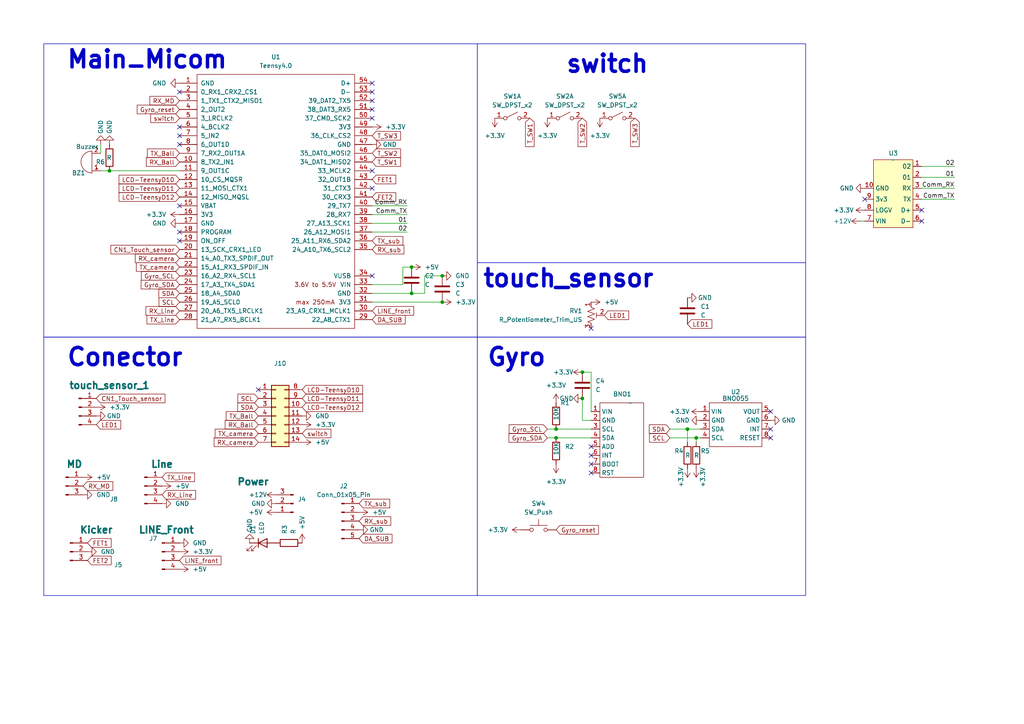
<source format=kicad_sch>
(kicad_sch (version 20230121) (generator eeschema)
  (paper "A4")
  (lib_symbols
    (symbol "BNO055 new:BNO055"
      (property "Reference" "U" (at 0 0 0))
      (property "Value" "BNO055" (at 0 2.54 0))
      (symbol "BNO055_0_1"
        (rectangle (start -7.62 -2.54) (end 7.62 -15.24))
      )
      (symbol "BNO055_1_1"
        (pin input line (at -10.16 -5.08 0) (length 2.54) (name "VIN") (number "1"))
        (pin input line (at -10.16 -7.62 0) (length 2.54) (name "GND") (number "2"))
        (pin input line (at -10.16 -10.16 0) (length 2.54) (name "SDA") (number "3"))
        (pin input line (at -10.16 -12.7 0) (length 2.54) (name "SCL") (number "4"))
        (pin input line (at 10.16 -5.08 180) (length 2.54) (name "VOUT") (number "5"))
        (pin input line (at 10.16 -7.62 180) (length 2.54) (name "GND") (number "6"))
        (pin input line (at 10.16 -10.16 180) (length 2.54) (name "INT") (number "7"))
        (pin input line (at 10.16 -12.7 180) (length 2.54) (name "RESET") (number "8"))
      )
    )
    (symbol "BNO055:BNO055"
      (property "Reference" "BNO055" (at -5.08 2.54 0))
      (symbol "BNO055_0_1"
        (rectangle (start -8.89 0) (end 3.81 -21.59))
      )
      (symbol "BNO055_1_1"
        (pin output line (at -11.43 -2.54 0) (length 2.54) (name "VIN") (number "1"))
        (pin output line (at -11.43 -5.08 0) (length 2.54) (name "GND") (number "2"))
        (pin output line (at -11.43 -7.62 0) (length 2.54) (name "SCL") (number "3"))
        (pin output line (at -11.43 -10.16 0) (length 2.54) (name "SDA") (number "4"))
        (pin output line (at -11.43 -12.7 0) (length 2.54) (name "ADD") (number "5"))
        (pin output line (at -11.43 -15.24 0) (length 2.54) (name "INT") (number "6"))
        (pin output line (at -11.43 -17.78 0) (length 2.54) (name "BOOT") (number "7"))
        (pin output line (at -11.43 -20.32 0) (length 2.54) (name "RST") (number "8"))
      )
    )
    (symbol "Connector:Conn_01x03_Pin" (pin_names (offset 1.016) hide)
      (property "Reference" "J" (at 0 5.08 0))
      (property "Value" "Conn_01x03_Pin" (at 0 -5.08 0))
      (symbol "Conn_01x03_Pin_1_1"
        (polyline (pts (xy 1.27 -2.54) (xy 0.8636 -2.54)) (stroke (width 0.1524)))
        (polyline (pts (xy 1.27 0) (xy 0.8636 0)) (stroke (width 0.1524)))
        (polyline (pts (xy 1.27 2.54) (xy 0.8636 2.54)) (stroke (width 0.1524)))
        (rectangle (start 0.8636 -2.413) (end 0 -2.667) (stroke (width 0.1524)) (fill (type outline)))
        (rectangle (start 0.8636 0.127) (end 0 -0.127) (stroke (width 0.1524)) (fill (type outline)))
        (rectangle (start 0.8636 2.667) (end 0 2.413) (stroke (width 0.1524)) (fill (type outline)))
        (pin passive line (at 5.08 2.54 180) (length 3.81) (name "Pin_1") (number "1"))
        (pin passive line (at 5.08 0 180) (length 3.81) (name "Pin_2") (number "2"))
        (pin passive line (at 5.08 -2.54 180) (length 3.81) (name "Pin_3") (number "3"))
      )
    )
    (symbol "Connector:Conn_01x04_Pin" (pin_names (offset 1.016) hide)
      (property "Reference" "J" (at 0 5.08 0))
      (property "Value" "Conn_01x04_Pin" (at 0 -7.62 0))
      (symbol "Conn_01x04_Pin_1_1"
        (polyline (pts (xy 1.27 -5.08) (xy 0.8636 -5.08)) (stroke (width 0.1524)))
        (polyline (pts (xy 1.27 -2.54) (xy 0.8636 -2.54)) (stroke (width 0.1524)))
        (polyline (pts (xy 1.27 0) (xy 0.8636 0)) (stroke (width 0.1524)))
        (polyline (pts (xy 1.27 2.54) (xy 0.8636 2.54)) (stroke (width 0.1524)))
        (rectangle (start 0.8636 -4.953) (end 0 -5.207) (stroke (width 0.1524)) (fill (type outline)))
        (rectangle (start 0.8636 -2.413) (end 0 -2.667) (stroke (width 0.1524)) (fill (type outline)))
        (rectangle (start 0.8636 0.127) (end 0 -0.127) (stroke (width 0.1524)) (fill (type outline)))
        (rectangle (start 0.8636 2.667) (end 0 2.413) (stroke (width 0.1524)) (fill (type outline)))
        (pin passive line (at 5.08 2.54 180) (length 3.81) (name "Pin_1") (number "1"))
        (pin passive line (at 5.08 0 180) (length 3.81) (name "Pin_2") (number "2"))
        (pin passive line (at 5.08 -2.54 180) (length 3.81) (name "Pin_3") (number "3"))
        (pin passive line (at 5.08 -5.08 180) (length 3.81) (name "Pin_4") (number "4"))
      )
    )
    (symbol "Connector:Conn_01x05_Pin" (pin_names (offset 1.016) hide)
      (property "Reference" "J" (at 0 7.62 0))
      (property "Value" "Conn_01x05_Pin" (at 0 -7.62 0))
      (symbol "Conn_01x05_Pin_1_1"
        (polyline (pts (xy 1.27 -5.08) (xy 0.8636 -5.08)) (stroke (width 0.1524)))
        (polyline (pts (xy 1.27 -2.54) (xy 0.8636 -2.54)) (stroke (width 0.1524)))
        (polyline (pts (xy 1.27 0) (xy 0.8636 0)) (stroke (width 0.1524)))
        (polyline (pts (xy 1.27 2.54) (xy 0.8636 2.54)) (stroke (width 0.1524)))
        (polyline (pts (xy 1.27 5.08) (xy 0.8636 5.08)) (stroke (width 0.1524)))
        (rectangle (start 0.8636 -4.953) (end 0 -5.207) (stroke (width 0.1524)) (fill (type outline)))
        (rectangle (start 0.8636 -2.413) (end 0 -2.667) (stroke (width 0.1524)) (fill (type outline)))
        (rectangle (start 0.8636 0.127) (end 0 -0.127) (stroke (width 0.1524)) (fill (type outline)))
        (rectangle (start 0.8636 2.667) (end 0 2.413) (stroke (width 0.1524)) (fill (type outline)))
        (rectangle (start 0.8636 5.207) (end 0 4.953) (stroke (width 0.1524)) (fill (type outline)))
        (pin passive line (at 5.08 5.08 180) (length 3.81) (name "Pin_1") (number "1"))
        (pin passive line (at 5.08 2.54 180) (length 3.81) (name "Pin_2") (number "2"))
        (pin passive line (at 5.08 0 180) (length 3.81) (name "Pin_3") (number "3"))
        (pin passive line (at 5.08 -2.54 180) (length 3.81) (name "Pin_4") (number "4"))
        (pin passive line (at 5.08 -5.08 180) (length 3.81) (name "Pin_5") (number "5"))
      )
    )
    (symbol "Connector_Generic:Conn_02x07_Top_Bottom" (pin_names (offset 1.016) hide)
      (property "Reference" "J" (at 1.27 10.16 0))
      (property "Value" "Conn_02x07_Top_Bottom" (at 1.27 -10.16 0))
      (symbol "Conn_02x07_Top_Bottom_1_1"
        (rectangle (start -1.27 -7.493) (end 0 -7.747) (stroke (width 0.1524)))
        (rectangle (start -1.27 -4.953) (end 0 -5.207) (stroke (width 0.1524)))
        (rectangle (start -1.27 -2.413) (end 0 -2.667) (stroke (width 0.1524)))
        (rectangle (start -1.27 0.127) (end 0 -0.127) (stroke (width 0.1524)))
        (rectangle (start -1.27 2.667) (end 0 2.413) (stroke (width 0.1524)))
        (rectangle (start -1.27 5.207) (end 0 4.953) (stroke (width 0.1524)))
        (rectangle (start -1.27 7.747) (end 0 7.493) (stroke (width 0.1524)))
        (rectangle (start -1.27 8.89) (end 3.81 -8.89) (stroke (width 0.254)) (fill (type background)))
        (rectangle (start 3.81 -7.493) (end 2.54 -7.747) (stroke (width 0.1524)))
        (rectangle (start 3.81 -4.953) (end 2.54 -5.207) (stroke (width 0.1524)))
        (rectangle (start 3.81 -2.413) (end 2.54 -2.667) (stroke (width 0.1524)))
        (rectangle (start 3.81 0.127) (end 2.54 -0.127) (stroke (width 0.1524)))
        (rectangle (start 3.81 2.667) (end 2.54 2.413) (stroke (width 0.1524)))
        (rectangle (start 3.81 5.207) (end 2.54 4.953) (stroke (width 0.1524)))
        (rectangle (start 3.81 7.747) (end 2.54 7.493) (stroke (width 0.1524)))
        (pin passive line (at -5.08 7.62 0) (length 3.81) (name "Pin_1") (number "1"))
        (pin passive line (at 7.62 2.54 180) (length 3.81) (name "Pin_10") (number "10"))
        (pin passive line (at 7.62 0 180) (length 3.81) (name "Pin_11") (number "11"))
        (pin passive line (at 7.62 -2.54 180) (length 3.81) (name "Pin_12") (number "12"))
        (pin passive line (at 7.62 -5.08 180) (length 3.81) (name "Pin_13") (number "13"))
        (pin passive line (at 7.62 -7.62 180) (length 3.81) (name "Pin_14") (number "14"))
        (pin passive line (at -5.08 5.08 0) (length 3.81) (name "Pin_2") (number "2"))
        (pin passive line (at -5.08 2.54 0) (length 3.81) (name "Pin_3") (number "3"))
        (pin passive line (at -5.08 0 0) (length 3.81) (name "Pin_4") (number "4"))
        (pin passive line (at -5.08 -2.54 0) (length 3.81) (name "Pin_5") (number "5"))
        (pin passive line (at -5.08 -5.08 0) (length 3.81) (name "Pin_6") (number "6"))
        (pin passive line (at -5.08 -7.62 0) (length 3.81) (name "Pin_7") (number "7"))
        (pin passive line (at 7.62 7.62 180) (length 3.81) (name "Pin_8") (number "8"))
        (pin passive line (at 7.62 5.08 180) (length 3.81) (name "Pin_9") (number "9"))
      )
    )
    (symbol "Device:Buzzer" (pin_names (offset 0.0254) hide)
      (property "Reference" "BZ" (at 3.81 1.27 0))
      (property "Value" "Buzzer" (at 3.81 -1.27 0))
      (symbol "Buzzer_0_1"
        (arc (start 0 -3.175) (mid 3.1612 0) (end 0 3.175))
        (polyline (pts (xy -1.651 1.905) (xy -1.143 1.905)))
        (polyline (pts (xy -1.397 2.159) (xy -1.397 1.651)))
        (polyline (pts (xy 0 3.175) (xy 0 -3.175)))
      )
      (symbol "Buzzer_1_1"
        (pin passive line (at -2.54 2.54 0) (length 2.54) (name "-") (number "1"))
        (pin passive line (at -2.54 -2.54 0) (length 2.54) (name "+") (number "2"))
      )
    )
    (symbol "Device:C" (pin_numbers hide) (pin_names (offset 0.254))
      (property "Reference" "C" (at 0.635 2.54 0))
      (property "Value" "C" (at 0.635 -2.54 0))
      (symbol "C_0_1"
        (polyline (pts (xy -2.032 -0.762) (xy 2.032 -0.762)) (stroke (width 0.508)))
        (polyline (pts (xy -2.032 0.762) (xy 2.032 0.762)) (stroke (width 0.508)))
      )
      (symbol "C_1_1"
        (pin passive line (at 0 3.81 270) (length 2.794) (name "~") (number "1"))
        (pin passive line (at 0 -3.81 90) (length 2.794) (name "~") (number "2"))
      )
    )
    (symbol "Device:LED" (pin_numbers hide) (pin_names (offset 1.016) hide)
      (property "Reference" "D" (at 0 2.54 0))
      (property "Value" "LED" (at 0 -2.54 0))
      (symbol "LED_0_1"
        (polyline (pts (xy -1.27 -1.27) (xy -1.27 1.27)) (stroke (width 0.254)))
        (polyline (pts (xy -1.27 0) (xy 1.27 0)))
        (polyline (pts (xy 1.27 -1.27) (xy 1.27 1.27) (xy -1.27 0) (xy 1.27 -1.27)) (stroke (width 0.254)))
        (polyline (pts (xy -3.048 -0.762) (xy -4.572 -2.286) (xy -3.81 -2.286) (xy -4.572 -2.286) (xy -4.572 -1.524)))
        (polyline (pts (xy -1.778 -0.762) (xy -3.302 -2.286) (xy -2.54 -2.286) (xy -3.302 -2.286) (xy -3.302 -1.524)))
      )
      (symbol "LED_1_1"
        (pin passive line (at -3.81 0 0) (length 2.54) (name "K") (number "1"))
        (pin passive line (at 3.81 0 180) (length 2.54) (name "A") (number "2"))
      )
    )
    (symbol "Device:R" (pin_numbers hide) (pin_names (offset 0))
      (property "Reference" "R" (at 2.032 0 90))
      (property "Value" "R" (at 0 0 90))
      (symbol "R_0_1"
        (rectangle (start -1.016 -2.54) (end 1.016 2.54) (stroke (width 0.254)))
      )
      (symbol "R_1_1"
        (pin passive line (at 0 3.81 270) (length 1.27) (name "~") (number "1"))
        (pin passive line (at 0 -3.81 90) (length 1.27) (name "~") (number "2"))
      )
    )
    (symbol "Device:R_Potentiometer_Trim_US" (pin_names (offset 1.016) hide)
      (property "Reference" "RV" (at -4.445 0 90))
      (property "Value" "R_Potentiometer_Trim_US" (at -2.54 0 90))
      (symbol "R_Potentiometer_Trim_US_0_1"
        (polyline (pts (xy 0 -2.286) (xy 0 -2.54)))
        (polyline (pts (xy 0 2.286) (xy 0 2.54)))
        (polyline (pts (xy 1.524 0.762) (xy 1.524 -0.762)))
        (polyline (pts (xy 2.54 0) (xy 1.524 0)))
        (polyline (pts (xy 0 -0.762) (xy 1.016 -1.143) (xy 0 -1.524) (xy -1.016 -1.905) (xy 0 -2.286)))
        (polyline (pts (xy 0 0.762) (xy 1.016 0.381) (xy 0 0) (xy -1.016 -0.381) (xy 0 -0.762)))
        (polyline (pts (xy 0 2.286) (xy 1.016 1.905) (xy 0 1.524) (xy -1.016 1.143) (xy 0 0.762)))
      )
      (symbol "R_Potentiometer_Trim_US_1_1"
        (pin passive line (at 0 3.81 270) (length 1.27) (name "1") (number "1"))
        (pin passive line (at 3.81 0 180) (length 1.27) (name "2") (number "2"))
        (pin passive line (at 0 -3.81 90) (length 1.27) (name "3") (number "3"))
      )
    )
    (symbol "Soccer_Communication:comm_module"
      (property "Reference" "U" (at 0 1.27 0))
      (symbol "comm_module_1_1"
        (rectangle (start -5.715 0) (end 5.715 -19.685) (fill (type background)))
        (pin input line (at 8.255 -1.905 180) (length 2.54) (name "02") (number "1"))
        (pin input line (at -8.255 -8.255 0) (length 2.54) (name "GND") (number "10"))
        (pin input line (at 8.255 -5.08 180) (length 2.54) (name "01") (number "2"))
        (pin input line (at 8.255 -8.255 180) (length 2.54) (name "RX") (number "3"))
        (pin input line (at 8.255 -11.43 180) (length 2.54) (name "TX") (number "4"))
        (pin input line (at 8.255 -14.605 180) (length 2.54) (name "D+") (number "5"))
        (pin input line (at 8.255 -17.78 180) (length 2.54) (name "D-") (number "6"))
        (pin input line (at -8.255 -17.78 0) (length 2.54) (name "VIN") (number "7"))
        (pin input line (at -8.255 -14.605 0) (length 2.54) (name "LOGV") (number "8"))
        (pin input line (at -8.255 -11.43 0) (length 2.54) (name "3v3") (number "9"))
      )
    )
    (symbol "Switch:SW_DPST_x2" (pin_names (offset 0) hide)
      (property "Reference" "SW" (at 0 3.175 0))
      (property "Value" "SW_DPST_x2" (at 0 -2.54 0))
      (symbol "SW_DPST_x2_0_0"
        (circle (center -2.032 0) (radius 0.508))
        (polyline (pts (xy -1.524 0.254) (xy 1.524 1.778)))
        (circle (center 2.032 0) (radius 0.508))
      )
      (symbol "SW_DPST_x2_1_1"
        (pin passive line (at -5.08 0 0) (length 2.54) (name "A") (number "1"))
        (pin passive line (at 5.08 0 180) (length 2.54) (name "B") (number "2"))
      )
      (symbol "SW_DPST_x2_2_1"
        (pin passive line (at -5.08 0 0) (length 2.54) (name "A") (number "3"))
        (pin passive line (at 5.08 0 180) (length 2.54) (name "B") (number "4"))
      )
    )
    (symbol "Switch:SW_Push" (pin_numbers hide) (pin_names (offset 1.016) hide)
      (property "Reference" "SW" (at 1.27 2.54 0))
      (property "Value" "SW_Push" (at 0 -1.524 0))
      (symbol "SW_Push_0_1"
        (circle (center -2.032 0) (radius 0.508))
        (polyline (pts (xy 0 1.27) (xy 0 3.048)))
        (polyline (pts (xy 2.54 1.27) (xy -2.54 1.27)))
        (circle (center 2.032 0) (radius 0.508))
        (pin passive line (at -5.08 0 0) (length 2.54) (name "1") (number "1"))
        (pin passive line (at 5.08 0 180) (length 2.54) (name "2") (number "2"))
      )
    )
    (symbol "power:+12V" (power) (pin_names (offset 0))
      (property "Value" "+12V" (at 0 3.556 0))
      (symbol "+12V_0_1"
        (polyline (pts (xy -0.762 1.27) (xy 0 2.54)))
        (polyline (pts (xy 0 0) (xy 0 2.54)))
        (polyline (pts (xy 0 2.54) (xy 0.762 1.27)))
      )
      (symbol "+12V_1_1"
        (pin power_in line (at 0 0 90) (length 0) hide (name "+12V") (number "1"))
      )
    )
    (symbol "power:+3.3V" (power) (pin_names (offset 0))
      (property "Value" "+3.3V" (at 0 3.556 0))
      (symbol "+3.3V_0_1"
        (polyline (pts (xy -0.762 1.27) (xy 0 2.54)))
        (polyline (pts (xy 0 0) (xy 0 2.54)))
        (polyline (pts (xy 0 2.54) (xy 0.762 1.27)))
      )
      (symbol "+3.3V_1_1"
        (pin power_in line (at 0 0 90) (length 0) hide (name "+3.3V") (number "1"))
      )
    )
    (symbol "power:+5V" (power) (pin_names (offset 0))
      (property "Value" "+5V" (at 0 3.556 0))
      (symbol "+5V_0_1"
        (polyline (pts (xy -0.762 1.27) (xy 0 2.54)))
        (polyline (pts (xy 0 0) (xy 0 2.54)))
        (polyline (pts (xy 0 2.54) (xy 0.762 1.27)))
      )
      (symbol "+5V_1_1"
        (pin power_in line (at 0 0 90) (length 0) hide (name "+5V") (number "1"))
      )
    )
    (symbol "power:GND" (power) (pin_names (offset 0))
      (property "Value" "GND" (at 0 -3.81 0))
      (symbol "GND_0_1"
        (polyline (pts (xy 0 0) (xy 0 -1.27) (xy 1.27 -1.27) (xy 0 -2.54) (xy -1.27 -1.27) (xy 0 -1.27)))
      )
      (symbol "GND_1_1"
        (pin power_in line (at 0 0 270) (length 0) hide (name "GND") (number "1"))
      )
    )
    (symbol "teensy:Teensy4.0" (pin_names (offset 1.016))
      (property "Reference" "U" (at 0 39.37 0))
      (property "Value" "Teensy4.0" (at 0 -39.37 0))
      (symbol "Teensy4.0_0_0"
        (text "3.6V to 5.5V" (at 11.43 -24.13 0) (effects (font (size 1.27 1.27))))
        (text "max 250mA" (at 11.43 -29.21 0) (effects (font (size 1.27 1.27))))
        (pin bidirectional line (at -27.94 11.43 0) (length 5.08) (name "8_TX2_IN1") (number "10"))
        (pin bidirectional line (at -27.94 8.89 0) (length 5.08) (name "9_OUT1C") (number "11"))
        (pin bidirectional line (at -27.94 6.35 0) (length 5.08) (name "10_CS_MQSR") (number "12"))
        (pin bidirectional line (at -27.94 3.81 0) (length 5.08) (name "11_MOSI_CTX1") (number "13"))
        (pin bidirectional line (at -27.94 1.27 0) (length 5.08) (name "12_MISO_MQSL") (number "14"))
        (pin power_in line (at -27.94 -1.27 0) (length 5.08) (name "VBAT") (number "15"))
        (pin power_in line (at -27.94 -3.81 0) (length 5.08) (name "3V3") (number "16"))
        (pin power_in line (at -27.94 -6.35 0) (length 5.08) (name "GND") (number "17"))
        (pin input line (at -27.94 -8.89 0) (length 5.08) (name "PROGRAM") (number "18"))
        (pin input line (at -27.94 -11.43 0) (length 5.08) (name "ON_OFF") (number "19"))
        (pin bidirectional line (at -27.94 -13.97 0) (length 5.08) (name "13_SCK_CRX1_LED") (number "20"))
        (pin bidirectional line (at -27.94 -16.51 0) (length 5.08) (name "14_A0_TX3_SPDIF_OUT") (number "21"))
        (pin bidirectional line (at -27.94 -19.05 0) (length 5.08) (name "15_A1_RX3_SPDIF_IN") (number "22"))
        (pin bidirectional line (at -27.94 -21.59 0) (length 5.08) (name "16_A2_RX4_SCL1") (number "23"))
        (pin bidirectional line (at -27.94 -24.13 0) (length 5.08) (name "17_A3_TX4_SDA1") (number "24"))
        (pin bidirectional line (at -27.94 -26.67 0) (length 5.08) (name "18_A4_SDA0") (number "25"))
        (pin bidirectional line (at -27.94 -29.21 0) (length 5.08) (name "19_A5_SCL0") (number "26"))
        (pin bidirectional line (at -27.94 -31.75 0) (length 5.08) (name "20_A6_TX5_LRCLK1") (number "27"))
        (pin bidirectional line (at -27.94 -34.29 0) (length 5.08) (name "21_A7_RX5_BCLK1") (number "28"))
        (pin bidirectional line (at 27.94 -34.29 180) (length 5.08) (name "22_A8_CTX1") (number "29"))
        (pin bidirectional line (at 27.94 -31.75 180) (length 5.08) (name "23_A9_CRX1_MCLK1") (number "30"))
        (pin power_out line (at 27.94 -29.21 180) (length 5.08) (name "3V3") (number "31"))
        (pin power_in line (at 27.94 -26.67 180) (length 5.08) (name "GND") (number "32"))
        (pin power_in line (at 27.94 -24.13 180) (length 5.08) (name "VIN") (number "33"))
        (pin power_out line (at 27.94 -21.59 180) (length 5.08) (name "VUSB") (number "34"))
        (pin bidirectional line (at 27.94 -13.97 180) (length 5.08) (name "24_A10_TX6_SCL2") (number "35"))
        (pin bidirectional line (at 27.94 -11.43 180) (length 5.08) (name "25_A11_RX6_SDA2") (number "36"))
        (pin bidirectional line (at 27.94 -8.89 180) (length 5.08) (name "26_A12_MOSI1") (number "37"))
        (pin bidirectional line (at 27.94 -6.35 180) (length 5.08) (name "27_A13_SCK1") (number "38"))
        (pin bidirectional line (at 27.94 -3.81 180) (length 5.08) (name "28_RX7") (number "39"))
        (pin bidirectional line (at 27.94 -1.27 180) (length 5.08) (name "29_TX7") (number "40"))
        (pin bidirectional line (at 27.94 1.27 180) (length 5.08) (name "30_CRX3") (number "41"))
        (pin bidirectional line (at 27.94 3.81 180) (length 5.08) (name "31_CTX3") (number "42"))
        (pin bidirectional line (at 27.94 6.35 180) (length 5.08) (name "32_OUT1B") (number "43"))
        (pin bidirectional line (at 27.94 8.89 180) (length 5.08) (name "33_MCLK2") (number "44"))
        (pin bidirectional line (at 27.94 11.43 180) (length 5.08) (name "34_DAT1_MISO2") (number "45"))
        (pin bidirectional line (at 27.94 13.97 180) (length 5.08) (name "35_DAT0_MOSI2") (number "46"))
        (pin power_out line (at 27.94 16.51 180) (length 5.08) (name "GND") (number "47"))
        (pin bidirectional line (at 27.94 19.05 180) (length 5.08) (name "36_CLK_CS2") (number "48"))
        (pin power_out line (at 27.94 21.59 180) (length 5.08) (name "3V3") (number "49"))
        (pin bidirectional line (at -27.94 24.13 0) (length 5.08) (name "3_LRCLK2") (number "5"))
        (pin bidirectional line (at 27.94 24.13 180) (length 5.08) (name "37_CMD_SCK2") (number "50"))
        (pin bidirectional line (at 27.94 26.67 180) (length 5.08) (name "38_DAT3_RX5") (number "51"))
        (pin bidirectional line (at 27.94 29.21 180) (length 5.08) (name "39_DAT2_TX5") (number "52"))
        (pin bidirectional line (at 27.94 31.75 180) (length 5.08) (name "D-") (number "53"))
        (pin bidirectional line (at 27.94 34.29 180) (length 5.08) (name "D+") (number "54"))
        (pin bidirectional line (at -27.94 21.59 0) (length 5.08) (name "4_BCLK2") (number "6"))
        (pin bidirectional line (at -27.94 19.05 0) (length 5.08) (name "5_IN2") (number "7"))
        (pin bidirectional line (at -27.94 16.51 0) (length 5.08) (name "6_OUT1D") (number "8"))
        (pin bidirectional line (at -27.94 13.97 0) (length 5.08) (name "7_RX2_OUT1A") (number "9"))
      )
      (symbol "Teensy4.0_0_1"
        (rectangle (start -22.86 36.83) (end 22.86 -36.83))
        (rectangle (start -20.32 -31.75) (end -20.32 -31.75))
      )
      (symbol "Teensy4.0_1_1"
        (pin power_in line (at -27.94 34.29 0) (length 5.08) (name "GND") (number "1"))
        (pin bidirectional line (at -27.94 31.75 0) (length 5.08) (name "0_RX1_CRX2_CS1") (number "2"))
        (pin bidirectional line (at -27.94 29.21 0) (length 5.08) (name "1_TX1_CTX2_MISO1") (number "3"))
        (pin bidirectional line (at -27.94 26.67 0) (length 5.08) (name "2_OUT2") (number "4"))
      )
    )
  )
  (junction (at 161.29 127))
  (junction (at 168.91 115.57))
  (junction (at 31.75 49.53))
  (junction (at 201.93 127))
  (junction (at 119.38 85.09))
  (junction (at 128.27 80.01))
  (junction (at 119.38 77.47))
  (junction (at 161.29 124.46))
  (junction (at 128.27 87.63))
  (junction (at 199.39 124.46))
  (junction (at 168.91 107.95))
  (no_connect (at 52.07 67.31))
  (no_connect (at 52.07 69.85))
  (no_connect (at 267.335 60.96))
  (no_connect (at 107.95 29.21))
  (no_connect (at 52.07 26.67))
  (no_connect (at 171.45 134.62))
  (no_connect (at 171.45 129.54))
  (no_connect (at 107.95 54.61))
  (no_connect (at 52.07 39.37))
  (no_connect (at 52.07 41.91))
  (no_connect (at 223.52 127))
  (no_connect (at 107.95 34.29))
  (no_connect (at 171.45 137.16))
  (no_connect (at 171.45 95.25))
  (no_connect (at 52.07 36.83))
  (no_connect (at 107.95 26.67))
  (no_connect (at 267.335 64.135))
  (no_connect (at 250.825 57.785))
  (no_connect (at 107.95 80.01))
  (no_connect (at 223.52 124.46))
  (no_connect (at 223.52 119.38))
  (no_connect (at 74.93 113.03))
  (no_connect (at 52.07 59.69))
  (no_connect (at 107.95 49.53))
  (no_connect (at 171.45 132.08))
  (no_connect (at 107.95 31.75))
  (no_connect (at 107.95 24.13))
  (wire (pts (xy 171.45 107.95) (xy 168.91 107.95)))
  (wire (pts (xy 249.555 64.135) (xy 250.825 64.135)))
  (wire (pts (xy 128.27 80.01) (xy 123.19 80.01)))
  (wire (pts (xy 123.19 80.01) (xy 123.19 85.09)))
  (wire (pts (xy 158.75 127) (xy 161.29 127)))
  (wire (pts (xy 168.91 115.57) (xy 168.91 121.92)))
  (wire (pts (xy 116.84 77.47) (xy 116.84 82.55)))
  (wire (pts (xy 118.11 62.23) (xy 107.95 62.23)))
  (wire (pts (xy 118.11 67.31) (xy 107.95 67.31)))
  (wire (pts (xy 201.93 127) (xy 203.2 127)))
  (wire (pts (xy 276.86 51.435) (xy 267.335 51.435)))
  (wire (pts (xy 168.91 121.92) (xy 171.45 121.92)))
  (wire (pts (xy 161.29 127) (xy 171.45 127)))
  (wire (pts (xy 116.84 82.55) (xy 107.95 82.55)))
  (wire (pts (xy 194.31 127) (xy 201.93 127)))
  (wire (pts (xy 199.39 124.46) (xy 203.2 124.46)))
  (wire (pts (xy 31.75 49.53) (xy 52.07 49.53)))
  (wire (pts (xy 276.86 57.785) (xy 267.335 57.785)))
  (wire (pts (xy 119.38 77.47) (xy 116.84 77.47)))
  (wire (pts (xy 201.93 127) (xy 201.93 128.27)))
  (wire (pts (xy 118.11 59.69) (xy 107.95 59.69)))
  (wire (pts (xy 158.75 124.46) (xy 161.29 124.46)))
  (wire (pts (xy 123.19 85.09) (xy 119.38 85.09)))
  (wire (pts (xy 128.27 87.63) (xy 107.95 87.63)))
  (wire (pts (xy 118.11 64.77) (xy 107.95 64.77)))
  (wire (pts (xy 199.39 124.46) (xy 199.39 128.27)))
  (wire (pts (xy 171.45 107.95) (xy 171.45 119.38)))
  (wire (pts (xy 31.75 49.53) (xy 29.21 49.53)))
  (wire (pts (xy 119.38 85.09) (xy 107.95 85.09)))
  (wire (pts (xy 161.29 124.46) (xy 171.45 124.46)))
  (wire (pts (xy 276.86 48.26) (xy 267.335 48.26)))
  (wire (pts (xy 276.86 54.61) (xy 267.335 54.61)))
  (wire (pts (xy 29.21 44.45) (xy 29.21 41.91)))
  (wire (pts (xy 194.31 124.46) (xy 199.39 124.46)))
  (rectangle (start 12.7 12.7) (end 138.43 97.79))
  (rectangle (start 138.43 76.2) (end 233.68 97.79))
  (rectangle (start 12.7 97.79) (end 138.43 172.72))
  (rectangle (start 138.43 97.79) (end 233.68 172.72))
  (rectangle (start 138.43 12.7) (end 233.68 76.2))
  (text "Conector" (at 19.05 106.68 0) (effects (font (size 5 5) (thickness 1) bold) (justify left bottom)))
  (text "touch_sensor\n" (at 139.7 83.82 0) (effects (font (size 5 5) (thickness 1) bold) (justify left bottom)))
  (text "Main＿Micom" (at 19.05 20.32 0) (effects (font (size 5 5) (thickness 1) bold) (justify left bottom)))
  (text "Gyro" (at 140.97 106.68 0) (effects (font (size 5 5) bold) (justify left bottom)))
  (text "switch\n" (at 163.83 21.59 0) (effects (font (size 5 5) (thickness 1) bold) (justify left bottom)))
  (label "Comm_TX" (at 118.11 62.23 180))
  (label "01" (at 118.11 64.77 180))
  (label "01" (at 276.86 51.435 180))
  (label "Comm_TX" (at 276.86 57.785 180))
  (label "Comm_RX" (at 276.86 54.61 180))
  (label "Comm_RX" (at 118.11 59.69 180))
  (label "02" (at 118.11 67.31 180))
  (label "02" (at 276.86 48.26 180))
  (global_label "RX_MD" (shape input) (at 24.13 140.97 0) (property "Intersheetrefs" "${INTERSHEET_REFS}" (effects hide)))
  (global_label "TX_Line" (shape input) (at 46.99 138.43 0) (property "Intersheetrefs" "${INTERSHEET_REFS}" (effects hide)))
  (global_label "LINE_front" (shape input) (at 107.95 90.17 0) (property "Intersheetrefs" "${INTERSHEET_REFS}" (effects hide)))
  (global_label "RX_Line" (shape input) (at 46.99 143.51 0) (property "Intersheetrefs" "${INTERSHEET_REFS}" (effects hide)))
  (global_label "DA_SUB" (shape input) (at 107.95 92.71 0) (property "Intersheetrefs" "${INTERSHEET_REFS}" (effects hide)))
  (global_label "CN1_Touch_sensor" (shape input) (at 52.07 72.39 180) (property "Intersheetrefs" "${INTERSHEET_REFS}" (effects hide)))
  (global_label "RX_Ball" (shape input) (at 52.07 46.99 180) (property "Intersheetrefs" "${INTERSHEET_REFS}" (effects hide)))
  (global_label "LCD-TeensyD12" (shape input) (at 52.07 57.15 180) (property "Intersheetrefs" "${INTERSHEET_REFS}" (effects hide)))
  (global_label "TX_camera" (shape input) (at 52.07 77.47 180) (property "Intersheetrefs" "${INTERSHEET_REFS}" (effects hide)))
  (global_label "Gyro_reset" (shape input) (at 52.07 31.75 180) (property "Intersheetrefs" "${INTERSHEET_REFS}" (effects hide)))
  (global_label "DA_SUB" (shape input) (at 104.14 156.21 0) (property "Intersheetrefs" "${INTERSHEET_REFS}" (effects hide)))
  (global_label "LINE_front" (shape input) (at 52.07 162.56 0) (property "Intersheetrefs" "${INTERSHEET_REFS}" (effects hide)))
  (global_label "LCD-TeensyD10" (shape input) (at 52.07 52.07 180) (property "Intersheetrefs" "${INTERSHEET_REFS}" (effects hide)))
  (global_label "SCL" (shape input) (at 74.93 115.57 180) (property "Intersheetrefs" "${INTERSHEET_REFS}" (effects hide)))
  (global_label "RX_Line" (shape input) (at 52.07 90.17 180) (property "Intersheetrefs" "${INTERSHEET_REFS}" (effects hide)))
  (global_label "switch" (shape input) (at 52.07 34.29 180) (property "Intersheetrefs" "${INTERSHEET_REFS}" (effects hide)))
  (global_label "SCL" (shape input) (at 52.07 87.63 180) (property "Intersheetrefs" "${INTERSHEET_REFS}" (effects hide)))
  (global_label "RX_camera" (shape input) (at 74.93 128.27 180) (property "Intersheetrefs" "${INTERSHEET_REFS}" (effects hide)))
  (global_label "SDA" (shape input) (at 194.31 124.46 180) (property "Intersheetrefs" "${INTERSHEET_REFS}" (effects hide)))
  (global_label "RX_Ball" (shape input) (at 74.93 123.19 180) (property "Intersheetrefs" "${INTERSHEET_REFS}" (effects hide)))
  (global_label "LED1" (shape input) (at 199.39 93.98 0) (property "Intersheetrefs" "${INTERSHEET_REFS}" (effects hide)))
  (global_label "T_SW1" (shape input) (at 107.95 46.99 0) (property "Intersheetrefs" "${INTERSHEET_REFS}" (effects hide)))
  (global_label "LED1" (shape input) (at 175.26 91.44 0) (property "Intersheetrefs" "${INTERSHEET_REFS}" (effects hide)))
  (global_label "FET1" (shape input) (at 107.95 52.07 0) (property "Intersheetrefs" "${INTERSHEET_REFS}" (effects hide)))
  (global_label "T_SW3" (shape input) (at 107.95 39.37 0) (property "Intersheetrefs" "${INTERSHEET_REFS}" (effects hide)))
  (global_label "CN1_Touch_sensor" (shape input) (at 27.94 115.57 0) (property "Intersheetrefs" "${INTERSHEET_REFS}" (effects hide)))
  (global_label "LCD-TeensyD11" (shape input) (at 87.63 115.57 0) (property "Intersheetrefs" "${INTERSHEET_REFS}" (effects hide)))
  (global_label "SCL" (shape input) (at 194.31 127 180) (property "Intersheetrefs" "${INTERSHEET_REFS}" (effects hide)))
  (global_label "TX_sub" (shape input) (at 107.95 69.85 0) (property "Intersheetrefs" "${INTERSHEET_REFS}" (effects hide)))
  (global_label "RX_sub" (shape input) (at 107.95 72.39 0) (property "Intersheetrefs" "${INTERSHEET_REFS}" (effects hide)))
  (global_label "Gyro_SCL" (shape input) (at 158.75 124.46 180) (property "Intersheetrefs" "${INTERSHEET_REFS}" (effects hide)))
  (global_label "T_SW2" (shape input) (at 107.95 44.45 0) (property "Intersheetrefs" "${INTERSHEET_REFS}" (effects hide)))
  (global_label "Gyro_reset" (shape input) (at 161.29 153.67 0) (property "Intersheetrefs" "${INTERSHEET_REFS}" (effects hide)))
  (global_label "LCD-TeensyD12" (shape input) (at 87.63 118.11 0) (property "Intersheetrefs" "${INTERSHEET_REFS}" (effects hide)))
  (global_label "T_SW2" (shape input) (at 168.91 34.29 270) (property "Intersheetrefs" "${INTERSHEET_REFS}" (effects hide)))
  (global_label "T_SW1" (shape input) (at 153.67 34.29 270) (property "Intersheetrefs" "${INTERSHEET_REFS}" (effects hide)))
  (global_label "RX_camera" (shape input) (at 52.07 74.93 180) (property "Intersheetrefs" "${INTERSHEET_REFS}" (effects hide)))
  (global_label "RX_MD" (shape input) (at 52.07 29.21 180) (property "Intersheetrefs" "${INTERSHEET_REFS}" (effects hide)))
  (global_label "TX_Ball" (shape input) (at 52.07 44.45 180) (property "Intersheetrefs" "${INTERSHEET_REFS}" (effects hide)))
  (global_label "Gyro_SDA" (shape input) (at 158.75 127 180) (property "Intersheetrefs" "${INTERSHEET_REFS}" (effects hide)))
  (global_label "SDA" (shape input) (at 52.07 85.09 180) (property "Intersheetrefs" "${INTERSHEET_REFS}" (effects hide)))
  (global_label "TX_sub" (shape input) (at 104.14 146.05 0) (property "Intersheetrefs" "${INTERSHEET_REFS}" (effects hide)))
  (global_label "Gyro_SDA" (shape input) (at 52.07 82.55 180) (property "Intersheetrefs" "${INTERSHEET_REFS}" (effects hide)))
  (global_label "RX_sub" (shape input) (at 104.14 151.13 0) (property "Intersheetrefs" "${INTERSHEET_REFS}" (effects hide)))
  (global_label "LCD-TeensyD11" (shape input) (at 52.07 54.61 180) (property "Intersheetrefs" "${INTERSHEET_REFS}" (effects hide)))
  (global_label "TX_camera" (shape input) (at 74.93 125.73 180) (property "Intersheetrefs" "${INTERSHEET_REFS}" (effects hide)))
  (global_label "TX_Ball" (shape input) (at 74.93 120.65 180) (property "Intersheetrefs" "${INTERSHEET_REFS}" (effects hide)))
  (global_label "T_SW3" (shape input) (at 184.15 34.29 270) (property "Intersheetrefs" "${INTERSHEET_REFS}" (effects hide)))
  (global_label "FET1" (shape input) (at 25.4 157.48 0) (property "Intersheetrefs" "${INTERSHEET_REFS}" (effects hide)))
  (global_label "switch" (shape input) (at 87.63 125.73 0) (property "Intersheetrefs" "${INTERSHEET_REFS}" (effects hide)))
  (global_label "FET2" (shape input) (at 107.95 57.15 0) (property "Intersheetrefs" "${INTERSHEET_REFS}" (effects hide)))
  (global_label "FET2" (shape input) (at 25.4 162.56 0) (property "Intersheetrefs" "${INTERSHEET_REFS}" (effects hide)))
  (global_label "LCD-TeensyD10" (shape input) (at 87.63 113.03 0) (property "Intersheetrefs" "${INTERSHEET_REFS}" (effects hide)))
  (global_label "SDA" (shape input) (at 74.93 118.11 180) (property "Intersheetrefs" "${INTERSHEET_REFS}" (effects hide)))
  (global_label "Gyro_SCL" (shape input) (at 52.07 80.01 180) (property "Intersheetrefs" "${INTERSHEET_REFS}" (effects hide)))
  (global_label "LED1" (shape input) (at 27.94 123.19 0) (property "Intersheetrefs" "${INTERSHEET_REFS}" (effects hide)))
  (global_label "TX_Line" (shape input) (at 52.07 92.71 180) (property "Intersheetrefs" "${INTERSHEET_REFS}" (effects hide)))
  (symbol (lib_id "BNO055 new:BNO055") (at 213.36 114.3 0) (unit 1)
    (property "Reference" "U2" (at 213.36 113.665 0))
    (property "Value" "BNO055" (at 213.36 115.57 0))
    (property "Footprint" "Package_DIP:DIP-8_W7.62mm_LongPads" (effects hide))
  )
  (symbol (lib_id "Switch:SW_DPST_x2") (at 179.07 34.29 0) (unit 1)
    (property "Reference" "SW5" (at 179.07 27.94 0))
    (property "Value" "SW_DPST_x2" (at 179.07 30.48 0))
    (property "Footprint" "Connector_PinSocket_2.54mm:PinSocket_1x03_P2.54mm_Vertical" (effects hide))
  )
  (symbol (lib_id "Device:LED") (at 76.2 157.48 0) (unit 1)
    (property "Reference" "D1" (at 73.3425 154.94 90) (effects (justify left)))
    (property "Value" "LED" (at 75.8825 154.94 90) (effects (justify left)))
    (property "Footprint" "LED_THT:LED_D3.0mm_Clear" (effects hide))
  )
  (symbol (lib_id "power:+3.3V") (at 161.29 134.62 180) (unit 1)
    (property "Reference" "#PWR031" (effects hide))
    (property "Value" "+3.3V" (at 161.29 139.7 0))
  )
  (symbol (lib_id "Device:R") (at 161.29 120.65 0) (unit 1)
    (property "Reference" "R1" (at 162.56 116.84 0) (effects (justify left)))
    (property "Value" "10K" (at 161.29 121.92 90) (effects (justify left)))
    (property "Footprint" "Resistor_THT:R_Axial_DIN0204_L3.6mm_D1.6mm_P5.08mm_Vertical" (effects hide))
  )
  (symbol (lib_id "power:+3.3V") (at 199.39 135.89 180) (unit 1)
    (property "Reference" "#PWR03" (effects hide))
    (property "Value" "+3.3V" (at 197.485 138.43 90))
  )
  (symbol (lib_id "Switch:SW_DPST_x2") (at 148.59 34.29 0) (unit 1)
    (property "Reference" "SW1" (at 148.59 27.94 0))
    (property "Value" "SW_DPST_x2" (at 148.59 30.48 0))
    (property "Footprint" "Connector_PinSocket_2.54mm:PinSocket_1x03_P2.54mm_Vertical" (effects hide))
  )
  (symbol (lib_id "power:GND") (at 24.13 143.51 90) (unit 1)
    (property "Reference" "#PWR049" (effects hide))
    (property "Value" "GND" (at 27.94 143.51 90) (effects (justify right)))
  )
  (symbol (lib_id "Device:C") (at 128.27 83.82 0) (unit 1)
    (property "Reference" "C3" (at 132.08 82.55 0) (effects (justify left)))
    (property "Value" "C" (at 132.08 85.09 0) (effects (justify left)))
    (property "Footprint" "Capacitor_THT:C_Disc_D5.0mm_W2.5mm_P2.50mm" (effects hide))
  )
  (symbol (lib_id "power:+3.3V") (at 173.99 34.29 180) (unit 1)
    (property "Reference" "#PWR01" (effects hide))
    (property "Value" "+3.3V" (at 173.99 39.37 0))
  )
  (symbol (lib_id "Device:R") (at 83.82 157.48 90) (unit 1)
    (property "Reference" "R3" (at 82.55 154.94 0) (effects (justify left)))
    (property "Value" "R" (at 85.09 154.94 0) (effects (justify left)))
    (property "Footprint" "Resistor_THT:R_Axial_DIN0204_L3.6mm_D1.6mm_P5.08mm_Vertical" (effects hide))
  )
  (symbol (lib_id "Connector:Conn_01x03_Pin") (at 85.09 146.05 180) (unit 1)
    (property "Reference" "J4" (at 86.36 144.78 0) (effects (justify right)))
    (property "Value" "Power" (at 68.58 139.7 0) (effects (font (size 2 2) bold) (justify right)))
    (property "Footprint" "Connector_JST:JST_XH_B3B-XH-A_1x03_P2.50mm_Vertical" (effects hide))
  )
  (symbol (lib_id "Connector:Conn_01x05_Pin") (at 99.06 151.13 0) (unit 1)
    (property "Reference" "J2" (at 99.695 140.97 0))
    (property "Value" "Conn_01x05_Pin" (at 99.695 143.51 0))
    (property "Footprint" "Connector_JST:JST_XH_B5B-XH-A_1x05_P2.50mm_Vertical" (effects hide))
  )
  (symbol (lib_id "power:+3.3V") (at 168.91 107.95 90) (unit 1)
    (property "Reference" "#PWR033" (effects hide))
    (property "Value" "+3.3V" (at 166.37 107.95 90) (effects (justify left)))
  )
  (symbol (lib_id "power:GND") (at 46.99 146.05 90) (unit 1)
    (property "Reference" "#PWR012" (effects hide))
    (property "Value" "GND" (at 50.8 146.05 90) (effects (justify right)))
  )
  (symbol (lib_id "power:+5V") (at 87.63 157.48 0) (unit 1)
    (property "Reference" "#PWR040" (effects hide))
    (property "Value" "+5V" (at 87.63 153.67 90) (effects (justify left)))
  )
  (symbol (lib_id "power:GND") (at 72.39 157.48 180) (unit 1)
    (property "Reference" "#PWR039" (effects hide))
    (property "Value" "GND" (at 72.39 152.4 90))
  )
  (symbol (lib_id "power:+3.3V") (at 161.29 116.84 0) (unit 1)
    (property "Reference" "#PWR030" (effects hide))
    (property "Value" "+3.3V" (at 161.29 111.76 0))
  )
  (symbol (lib_id "power:+5V") (at 46.99 140.97 270) (unit 1)
    (property "Reference" "#PWR011" (effects hide))
    (property "Value" "+5V" (at 50.8 140.97 90) (effects (justify left)))
  )
  (symbol (lib_id "power:+3.3V") (at 52.07 62.23 90) (unit 1)
    (property "Reference" "#PWR016" (effects hide))
    (property "Value" "+3.3V" (at 48.26 62.23 90) (effects (justify left)))
  )
  (symbol (lib_id "Device:C") (at 168.91 111.76 0) (unit 1)
    (property "Reference" "C4" (at 172.72 110.49 0) (effects (justify left)))
    (property "Value" "C" (at 172.72 113.03 0) (effects (justify left)))
    (property "Footprint" "Capacitor_THT:C_Disc_D5.0mm_W2.5mm_P2.50mm" (effects hide))
  )
  (symbol (lib_id "power:GND") (at 223.52 121.92 90) (unit 1)
    (property "Reference" "#PWR018" (effects hide))
    (property "Value" "GND" (at 226.695 121.92 90) (effects (justify right)))
  )
  (symbol (lib_id "power:GND") (at 80.01 146.05 270) (unit 1)
    (property "Reference" "#PWR09" (effects hide))
    (property "Value" "GND" (at 74.93 146.05 90))
  )
  (symbol (lib_id "power:+5V") (at 171.45 87.63 270) (unit 1)
    (property "Reference" "#PWR032" (effects hide))
    (property "Value" "+5V" (at 175.26 87.63 90) (effects (justify left)))
  )
  (symbol (lib_id "power:+3.3V") (at 203.2 119.38 90) (unit 1)
    (property "Reference" "#PWR05" (effects hide))
    (property "Value" "+3.3V" (at 200.025 119.38 90) (effects (justify left)))
  )
  (symbol (lib_id "power:GND") (at 104.14 153.67 90) (unit 1)
    (property "Reference" "#PWR035" (effects hide))
    (property "Value" "GND" (at 109.22 153.67 90))
  )
  (symbol (lib_id "Device:C") (at 119.38 81.28 0) (unit 1)
    (property "Reference" "C2" (at 123.19 80.01 0) (effects (justify left)))
    (property "Value" "C" (at 123.19 82.55 0) (effects (justify left)))
    (property "Footprint" "Capacitor_THT:CP_Radial_D5.0mm_P2.50mm" (effects hide))
  )
  (symbol (lib_id "Connector:Conn_01x04_Pin") (at 22.86 118.11 0) (unit 1)
    (property "Reference" "J3" (effects hide))
    (property "Value" "touch_sensor_1" (at 31.75 111.76 0) (effects (font (size 2 2) bold)))
    (property "Footprint" "Connector_JST:JST_XH_B4B-XH-A_1x04_P2.50mm_Vertical" (effects hide))
  )
  (symbol (lib_id "power:+3.3V") (at 250.825 60.96 90) (unit 1)
    (property "Reference" "#PWR046" (effects hide))
    (property "Value" "+3.3V" (at 247.65 60.96 90) (effects (justify left)))
  )
  (symbol (lib_id "Device:R") (at 199.39 132.08 0) (unit 1)
    (property "Reference" "R4" (at 195.58 130.81 0) (effects (justify left)))
    (property "Value" "R" (at 198.755 132.08 0) (effects (justify left)))
    (property "Footprint" "Resistor_THT:R_Axial_DIN0204_L3.6mm_D1.6mm_P5.08mm_Horizontal" (effects hide))
  )
  (symbol (lib_id "power:+5V") (at 104.14 148.59 270) (unit 1)
    (property "Reference" "#PWR019" (effects hide))
    (property "Value" "+5V" (at 107.95 148.59 90) (effects (justify left)))
  )
  (symbol (lib_id "power:GND") (at 199.39 86.36 90) (unit 1)
    (property "Reference" "#PWR038" (effects hide))
    (property "Value" "GND" (at 204.47 86.36 90))
  )
  (symbol (lib_id "power:+12V") (at 80.01 143.51 90) (unit 1)
    (property "Reference" "#PWR02" (effects hide))
    (property "Value" "+12V" (at 77.47 143.51 90) (effects (justify left)))
  )
  (symbol (lib_id "power:GND") (at 52.07 24.13 270) (unit 1)
    (property "Reference" "#PWR015" (effects hide))
    (property "Value" "GND" (at 48.26 24.13 90) (effects (justify right)))
  )
  (symbol (lib_id "Soccer_Communication:comm_module") (at 259.08 46.355 0) (unit 1)
    (property "Reference" "U3" (at 259.08 44.45 0))
    (property "Value" "~" (at 259.08 46.355 0))
    (property "Footprint" "comm:comm" (effects hide))
  )
  (symbol (lib_id "power:GND") (at 168.91 115.57 270) (unit 1)
    (property "Reference" "#PWR034" (effects hide))
    (property "Value" "GND" (at 166.37 115.57 90) (effects (justify right)))
  )
  (symbol (lib_id "power:+3.3V") (at 151.13 153.67 90) (unit 1)
    (property "Reference" "#PWR036" (effects hide))
    (property "Value" "+3.3V" (at 147.32 153.67 90) (effects (justify left)))
  )
  (symbol (lib_id "power:+5V") (at 80.01 148.59 90) (unit 1)
    (property "Reference" "#PWR047" (effects hide))
    (property "Value" "+5V" (at 76.2 148.59 90) (effects (justify left)))
  )
  (symbol (lib_id "power:+12V") (at 249.555 64.135 90) (unit 1)
    (property "Reference" "#PWR043" (effects hide))
    (property "Value" "+12V" (at 247.015 64.135 90) (effects (justify left)))
  )
  (symbol (lib_id "power:GND") (at 87.63 120.65 90) (unit 1)
    (property "Reference" "#PWR022" (effects hide))
    (property "Value" "GND" (at 91.44 120.65 90) (effects (justify right)))
  )
  (symbol (lib_id "power:GND") (at 128.27 80.01 90) (unit 1)
    (property "Reference" "#PWR026" (effects hide))
    (property "Value" "GND" (at 132.08 80.01 90) (effects (justify right)))
  )
  (symbol (lib_id "Connector:Conn_01x03_Pin") (at 19.05 140.97 0) (unit 1)
    (property "Reference" "J8" (at 33.02 144.78 0))
    (property "Value" "MD" (at 21.59 134.62 0) (effects (font (size 2 2) bold)))
    (property "Footprint" "Connector_JST:JST_XH_B3B-XH-A_1x03_P2.50mm_Vertical" (effects hide))
  )
  (symbol (lib_id "power:+3.3V") (at 107.95 36.83 270) (unit 1)
    (property "Reference" "#PWR021" (effects hide))
    (property "Value" "+3.3V" (at 111.76 36.83 90) (effects (justify left)))
  )
  (symbol (lib_id "Connector_Generic:Conn_02x07_Top_Bottom") (at 80.01 120.65 0) (unit 1)
    (property "Reference" "J10" (at 81.28 105.41 0))
    (property "Value" "ESP32" (effects hide))
    (property "Footprint" "Connector_IDC:IDC-Header_2x07_P2.54mm_Vertical" (effects hide))
  )
  (symbol (lib_id "Connector:Conn_01x03_Pin") (at 20.32 160.02 0) (unit 1)
    (property "Reference" "J5" (at 34.29 163.83 0))
    (property "Value" "Kicker" (at 27.94 153.67 0) (effects (font (size 2 2) bold)))
    (property "Footprint" "Connector_JST:JST_XH_S3B-XH-A_1x03_P2.50mm_Horizontal" (effects hide))
  )
  (symbol (lib_id "Device:Buzzer") (at 26.67 46.99 180) (unit 1)
    (property "Reference" "BZ1" (at 24.765 50.165 0) (effects (justify left)))
    (property "Value" "Buzzer" (at 28.575 42.545 0) (effects (justify left)))
    (property "Footprint" "Buzzer_Beeper:Buzzer_12x9.5RM7.6" (effects hide))
  )
  (symbol (lib_id "BNO055:BNO055") (at 182.88 116.84 0) (unit 1)
    (property "Reference" "BNO1" (at 177.8 114.3 0) (effects (justify left)))
    (property "Value" "~" (at 182.88 116.84 0))
    (property "Footprint" "BN0055:BNO00" (effects hide))
  )
  (symbol (lib_id "Device:R") (at 161.29 130.81 0) (unit 1)
    (property "Reference" "R2" (at 163.83 129.54 0) (effects (justify left)))
    (property "Value" "10K" (at 161.29 132.08 90) (effects (justify left)))
    (property "Footprint" "Resistor_THT:R_Axial_DIN0204_L3.6mm_D1.6mm_P5.08mm_Vertical" (effects hide))
  )
  (symbol (lib_id "power:GND") (at 52.07 157.48 90) (unit 1)
    (property "Reference" "#PWR037" (effects hide))
    (property "Value" "GND" (at 55.88 157.48 90) (effects (justify right)))
  )
  (symbol (lib_id "power:GND") (at 203.2 121.92 270) (unit 1)
    (property "Reference" "#PWR06" (effects hide))
    (property "Value" "GND" (at 200.025 121.92 90) (effects (justify right)))
  )
  (symbol (lib_id "Device:C") (at 199.39 90.17 0) (unit 1)
    (property "Reference" "C1" (at 203.2 88.9 0) (effects (justify left)))
    (property "Value" "C" (at 203.2 91.44 0) (effects (justify left)))
    (property "Footprint" "Capacitor_THT:C_Radial_D6.3mm_H5.0mm_P2.50mm" (effects hide))
  )
  (symbol (lib_id "power:+3.3V") (at 52.07 160.02 270) (unit 1)
    (property "Reference" "#PWR042" (effects hide))
    (property "Value" "+3.3V" (at 55.88 160.02 90) (effects (justify left)))
  )
  (symbol (lib_id "Connector:Conn_01x04_Pin") (at 46.99 160.02 0) (unit 1)
    (property "Reference" "J7" (at 44.45 156.21 0))
    (property "Value" "LINE_Front" (at 48.26 153.67 0) (effects (font (size 2 2) bold)))
    (property "Footprint" "Connector_JST:JST_XH_S4B-XH-A_1x04_P2.50mm_Horizontal" (effects hide))
  )
  (symbol (lib_id "power:GND") (at 250.825 54.61 270) (unit 1)
    (property "Reference" "#PWR045" (effects hide))
    (property "Value" "GND" (at 247.65 54.61 90) (effects (justify right)))
  )
  (symbol (lib_id "power:+3.3V") (at 128.27 87.63 270) (unit 1)
    (property "Reference" "#PWR027" (effects hide))
    (property "Value" "+3.3V" (at 132.08 87.63 90) (effects (justify left)))
  )
  (symbol (lib_id "power:GND") (at 27.94 120.65 90) (unit 1)
    (property "Reference" "#PWR08" (effects hide))
    (property "Value" "GND" (at 33.02 120.65 90))
  )
  (symbol (lib_id "Device:R") (at 201.93 132.08 0) (unit 1)
    (property "Reference" "R5" (at 203.2 130.81 0) (effects (justify left)))
    (property "Value" "R" (at 201.295 132.08 0) (effects (justify left)))
    (property "Footprint" "Resistor_THT:R_Axial_DIN0204_L3.6mm_D1.6mm_P5.08mm_Horizontal" (effects hide))
  )
  (symbol (lib_id "power:+3.3V") (at 201.93 135.89 180) (unit 1)
    (property "Reference" "#PWR04" (effects hide))
    (property "Value" "+3.3V" (at 203.835 138.43 90))
  )
  (symbol (lib_id "teensy:Teensy4.0") (at 80.01 58.42 0) (unit 1)
    (property "Reference" "U1" (at 80.01 16.51 0))
    (property "Value" "Teensy4.0" (at 80.01 19.05 0))
    (property "Footprint" "Teensy_Breakout:Teensy_Brakeout" (effects hide))
  )
  (symbol (lib_id "power:+3.3V") (at 158.75 34.29 180) (unit 1)
    (property "Reference" "#PWR029" (effects hide))
    (property "Value" "+3.3V" (at 158.75 39.37 0))
  )
  (symbol (lib_id "Switch:SW_Push") (at 156.21 153.67 0) (unit 1)
    (property "Reference" "SW4" (at 156.21 146.05 0))
    (property "Value" "SW_Push" (at 156.21 148.59 0))
    (property "Footprint" "Button_Switch_THT:SW_PUSH_6mm_H5mm" (effects hide))
  )
  (symbol (lib_id "Device:R_Potentiometer_Trim_US") (at 171.45 91.44 0) (unit 1)
    (property "Reference" "RV1" (at 168.91 90.17 0) (effects (justify right)))
    (property "Value" "R_Potentiometer_Trim_US" (at 168.91 92.71 0) (effects (justify right)))
    (property "Footprint" "可変抵抗:可変抵抗" (effects hide))
  )
  (symbol (lib_id "power:+5V") (at 119.38 77.47 270) (unit 1)
    (property "Reference" "#PWR025" (effects hide))
    (property "Value" "+5V" (at 123.19 77.47 90) (effects (justify left)))
  )
  (symbol (lib_id "power:GND") (at 25.4 160.02 90) (unit 1)
    (property "Reference" "#PWR010" (effects hide))
    (property "Value" "GND" (at 29.21 160.02 90) (effects (justify right)))
  )
  (symbol (lib_id "power:+3.3V") (at 87.63 123.19 270) (unit 1)
    (property "Reference" "#PWR023" (effects hide))
    (property "Value" "+3.3V" (at 91.44 123.19 90) (effects (justify left)))
  )
  (symbol (lib_id "power:+3.3V") (at 143.51 34.29 180) (unit 1)
    (property "Reference" "#PWR028" (effects hide))
    (property "Value" "+3.3V" (at 143.51 39.37 0))
  )
  (symbol (lib_id "power:+3.3V") (at 27.94 118.11 270) (unit 1)
    (property "Reference" "#PWR07" (effects hide))
    (property "Value" "+3.3V" (at 31.75 118.11 90) (effects (justify left)))
  )
  (symbol (lib_id "power:GND") (at 31.75 41.91 180) (unit 1)
    (property "Reference" "#PWR014" (effects hide))
    (property "Value" "GND" (at 31.75 36.83 90))
  )
  (symbol (lib_id "power:GND") (at 52.07 64.77 270) (unit 1)
    (property "Reference" "#PWR017" (effects hide))
    (property "Value" "GND" (at 48.26 64.77 90) (effects (justify right)))
  )
  (symbol (lib_id "Connector:Conn_01x04_Pin") (at 41.91 140.97 0) (unit 1)
    (property "Reference" "J6" (effects hide))
    (property "Value" "Line" (at 46.99 134.62 0) (effects (font (size 2 2) bold)))
    (property "Footprint" "Connector_JST:JST_XH_S4B-XH-A_1x04_P2.50mm_Horizontal" (effects hide))
  )
  (symbol (lib_id "power:GND") (at 107.95 41.91 90) (unit 1)
    (property "Reference" "#PWR020" (effects hide))
    (property "Value" "GND" (at 113.03 41.91 90))
  )
  (symbol (lib_id "power:GND") (at 29.21 41.91 180) (unit 1)
    (property "Reference" "#PWR041" (effects hide))
    (property "Value" "GND" (at 29.21 36.83 90))
  )
  (symbol (lib_id "power:+5V") (at 52.07 165.1 270) (unit 1)
    (property "Reference" "#PWR044" (effects hide))
    (property "Value" "+5V" (at 55.88 165.1 90) (effects (justify left)))
  )
  (symbol (lib_id "power:+5V") (at 24.13 138.43 270) (unit 1)
    (property "Reference" "#PWR048" (effects hide))
    (property "Value" "+5V" (at 27.94 138.43 90) (effects (justify left)))
  )
  (symbol (lib_id "power:+5V") (at 87.63 128.27 270) (unit 1)
    (property "Reference" "#PWR024" (effects hide))
    (property "Value" "+5V" (at 91.44 128.27 90) (effects (justify left)))
  )
  (symbol (lib_id "Device:R") (at 31.75 45.72 180) (unit 1)
    (property "Reference" "R6" (at 30.48 46.99 0) (effects (justify left)))
    (property "Value" "R" (at 32.385 45.72 0) (effects (justify left)))
    (property "Footprint" "Resistor_THT:R_Axial_DIN0204_L3.6mm_D1.6mm_P5.08mm_Horizontal" (effects hide))
  )
  (symbol (lib_id "Switch:SW_DPST_x2") (at 163.83 34.29 0) (unit 1)
    (property "Reference" "SW2" (at 163.83 27.94 0))
    (property "Value" "SW_DPST_x2" (at 163.83 30.48 0))
    (property "Footprint" "Connector_PinSocket_2.54mm:PinSocket_1x03_P2.54mm_Vertical" (effects hide))
  )
)
</source>
